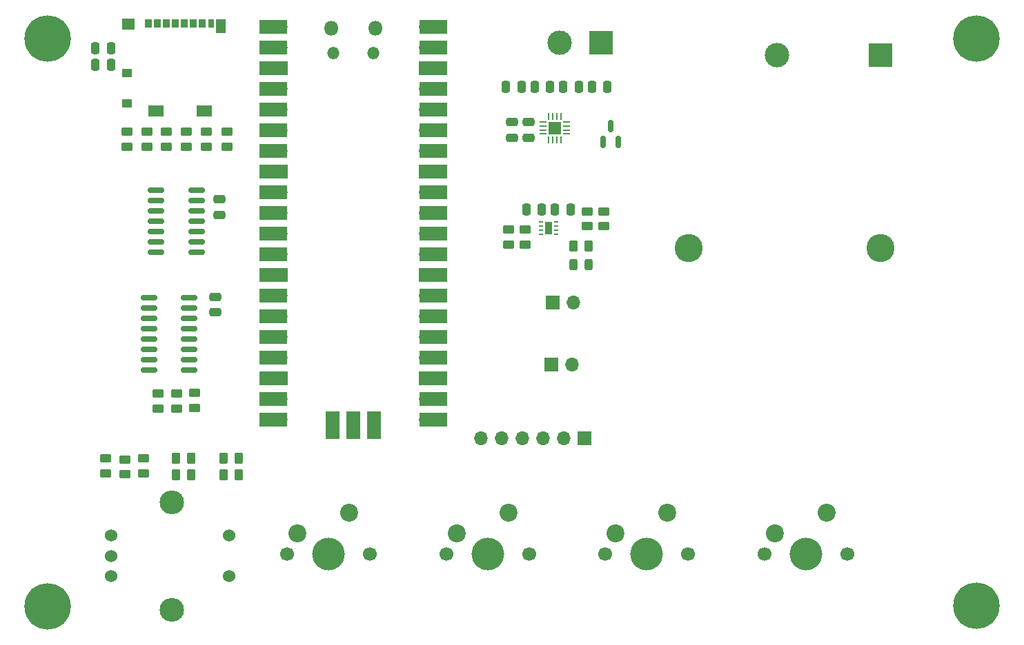
<source format=gts>
%TF.GenerationSoftware,KiCad,Pcbnew,6.0.11-2627ca5db0~126~ubuntu22.04.1*%
%TF.CreationDate,2024-03-11T23:12:56-04:00*%
%TF.ProjectId,board,626f6172-642e-46b6-9963-61645f706362,rev?*%
%TF.SameCoordinates,Original*%
%TF.FileFunction,Soldermask,Top*%
%TF.FilePolarity,Negative*%
%FSLAX46Y46*%
G04 Gerber Fmt 4.6, Leading zero omitted, Abs format (unit mm)*
G04 Created by KiCad (PCBNEW 6.0.11-2627ca5db0~126~ubuntu22.04.1) date 2024-03-11 23:12:56*
%MOMM*%
%LPD*%
G01*
G04 APERTURE LIST*
G04 Aperture macros list*
%AMRoundRect*
0 Rectangle with rounded corners*
0 $1 Rounding radius*
0 $2 $3 $4 $5 $6 $7 $8 $9 X,Y pos of 4 corners*
0 Add a 4 corners polygon primitive as box body*
4,1,4,$2,$3,$4,$5,$6,$7,$8,$9,$2,$3,0*
0 Add four circle primitives for the rounded corners*
1,1,$1+$1,$2,$3*
1,1,$1+$1,$4,$5*
1,1,$1+$1,$6,$7*
1,1,$1+$1,$8,$9*
0 Add four rect primitives between the rounded corners*
20,1,$1+$1,$2,$3,$4,$5,0*
20,1,$1+$1,$4,$5,$6,$7,0*
20,1,$1+$1,$6,$7,$8,$9,0*
20,1,$1+$1,$8,$9,$2,$3,0*%
G04 Aperture macros list end*
%ADD10RoundRect,0.250000X-0.475000X0.250000X-0.475000X-0.250000X0.475000X-0.250000X0.475000X0.250000X0*%
%ADD11RoundRect,0.243750X-0.243750X-0.456250X0.243750X-0.456250X0.243750X0.456250X-0.243750X0.456250X0*%
%ADD12RoundRect,0.250000X-0.250000X-0.475000X0.250000X-0.475000X0.250000X0.475000X-0.250000X0.475000X0*%
%ADD13RoundRect,0.250000X-0.262500X-0.450000X0.262500X-0.450000X0.262500X0.450000X-0.262500X0.450000X0*%
%ADD14RoundRect,0.250000X0.450000X-0.262500X0.450000X0.262500X-0.450000X0.262500X-0.450000X-0.262500X0*%
%ADD15RoundRect,0.250000X-0.450000X0.262500X-0.450000X-0.262500X0.450000X-0.262500X0.450000X0.262500X0*%
%ADD16RoundRect,0.150000X0.150000X-0.587500X0.150000X0.587500X-0.150000X0.587500X-0.150000X-0.587500X0*%
%ADD17RoundRect,0.062500X-0.375000X-0.062500X0.375000X-0.062500X0.375000X0.062500X-0.375000X0.062500X0*%
%ADD18RoundRect,0.062500X-0.062500X-0.375000X0.062500X-0.375000X0.062500X0.375000X-0.062500X0.375000X0*%
%ADD19R,1.600000X1.600000*%
%ADD20RoundRect,0.250000X0.250000X0.475000X-0.250000X0.475000X-0.250000X-0.475000X0.250000X-0.475000X0*%
%ADD21R,1.700000X1.700000*%
%ADD22O,1.700000X1.700000*%
%ADD23C,1.700000*%
%ADD24C,4.000000*%
%ADD25C,2.200000*%
%ADD26C,5.700000*%
%ADD27R,3.000000X3.000000*%
%ADD28C,3.000000*%
%ADD29R,0.850000X1.100000*%
%ADD30R,0.750000X1.100000*%
%ADD31R,1.200000X1.000000*%
%ADD32R,1.900000X1.350000*%
%ADD33R,1.170000X1.800000*%
%ADD34R,1.550000X1.350000*%
%ADD35RoundRect,0.150000X-0.825000X-0.150000X0.825000X-0.150000X0.825000X0.150000X-0.825000X0.150000X0*%
%ADD36R,0.500000X0.250000*%
%ADD37R,0.900000X1.600000*%
%ADD38C,1.524000*%
%ADD39O,3.000000X2.900000*%
%ADD40O,1.800000X1.800000*%
%ADD41O,1.500000X1.500000*%
%ADD42R,3.500000X1.700000*%
%ADD43R,1.700000X3.500000*%
%ADD44C,3.450000*%
G04 APERTURE END LIST*
D10*
%TO.C,C11*%
X119050000Y-61800000D03*
X119050000Y-63700000D03*
%TD*%
D11*
%TO.C,D1*%
X162512500Y-69800000D03*
X164387500Y-69800000D03*
%TD*%
D12*
%TO.C,FB1*%
X161250000Y-48000000D03*
X163150000Y-48000000D03*
%TD*%
D13*
%TO.C,R12*%
X162537500Y-67525000D03*
X164362500Y-67525000D03*
%TD*%
D14*
%TO.C,R9*%
X156550000Y-67312500D03*
X156550000Y-65487500D03*
%TD*%
D13*
%TO.C,R22*%
X119587500Y-95600000D03*
X121412500Y-95600000D03*
%TD*%
%TO.C,R18*%
X113750000Y-93600000D03*
X115575000Y-93600000D03*
%TD*%
D15*
%TO.C,R20*%
X105100000Y-93612500D03*
X105100000Y-95437500D03*
%TD*%
D16*
%TO.C,Q1*%
X166150000Y-54697500D03*
X168050000Y-54697500D03*
X167100000Y-52822500D03*
%TD*%
D17*
%TO.C,U2*%
X158812500Y-52250000D03*
X158812500Y-52750000D03*
X158812500Y-53250000D03*
X158812500Y-53750000D03*
D18*
X159500000Y-54437500D03*
X160000000Y-54437500D03*
X160500000Y-54437500D03*
X161000000Y-54437500D03*
D17*
X161687500Y-53750000D03*
X161687500Y-53250000D03*
X161687500Y-52750000D03*
X161687500Y-52250000D03*
D18*
X161000000Y-51562500D03*
X160500000Y-51562500D03*
X160000000Y-51562500D03*
X159500000Y-51562500D03*
D19*
X160250000Y-53000000D03*
%TD*%
D20*
%TO.C,C8*%
X162150000Y-63025000D03*
X160250000Y-63025000D03*
%TD*%
D14*
%TO.C,R7*%
X107700000Y-55312500D03*
X107700000Y-53487500D03*
%TD*%
%TO.C,R3*%
X117500000Y-55325000D03*
X117500000Y-53500000D03*
%TD*%
%TO.C,R6*%
X110150000Y-55312500D03*
X110150000Y-53487500D03*
%TD*%
D10*
%TO.C,C2*%
X157000000Y-52300000D03*
X157000000Y-54200000D03*
%TD*%
D21*
%TO.C,J3*%
X163850000Y-91160000D03*
D22*
X161310000Y-91160000D03*
X158770000Y-91160000D03*
X156230000Y-91160000D03*
X153690000Y-91160000D03*
X151150000Y-91160000D03*
%TD*%
D14*
%TO.C,R4*%
X115000000Y-55312500D03*
X115000000Y-53487500D03*
%TD*%
D23*
%TO.C,SW4*%
X176610000Y-105340000D03*
X166450000Y-105340000D03*
D24*
X171530000Y-105340000D03*
D25*
X174070000Y-100260000D03*
X167720000Y-102800000D03*
%TD*%
D13*
%TO.C,R17*%
X113750000Y-95600000D03*
X115575000Y-95600000D03*
%TD*%
D26*
%TO.C,REF3*%
X212000000Y-111750000D03*
%TD*%
D14*
%TO.C,R5*%
X112550000Y-55325000D03*
X112550000Y-53500000D03*
%TD*%
D23*
%TO.C,SW2*%
X157060000Y-105340000D03*
D24*
X151980000Y-105340000D03*
D23*
X146900000Y-105340000D03*
D25*
X154520000Y-100260000D03*
X148170000Y-102800000D03*
%TD*%
D10*
%TO.C,C10*%
X118550000Y-73750000D03*
X118550000Y-75650000D03*
%TD*%
D27*
%TO.C,J1*%
X165890000Y-42510000D03*
D28*
X160810000Y-42510000D03*
%TD*%
D15*
%TO.C,R15*%
X113800000Y-85637500D03*
X113800000Y-87462500D03*
%TD*%
%TO.C,R14*%
X111550000Y-85637500D03*
X111550000Y-87462500D03*
%TD*%
D12*
%TO.C,FB2*%
X154250000Y-48000000D03*
X156150000Y-48000000D03*
%TD*%
D23*
%TO.C,SW5*%
X186000000Y-105340000D03*
X196160000Y-105340000D03*
D24*
X191080000Y-105340000D03*
D25*
X193620000Y-100260000D03*
X187270000Y-102800000D03*
%TD*%
D29*
%TO.C,J2*%
X110395000Y-40137500D03*
X111495000Y-40137500D03*
X112595000Y-40137500D03*
X113695000Y-40137500D03*
X114795000Y-40137500D03*
X115895000Y-40137500D03*
X116995000Y-40137500D03*
D30*
X118045000Y-40137500D03*
D31*
X107760000Y-46287500D03*
X107760000Y-49987500D03*
D32*
X111260000Y-50962500D03*
D33*
X119255000Y-40487500D03*
D32*
X117230000Y-50962500D03*
D34*
X107935000Y-40262500D03*
%TD*%
D14*
%TO.C,R2*%
X120000000Y-55312500D03*
X120000000Y-53487500D03*
%TD*%
D26*
%TO.C,REF4*%
X212000000Y-42000000D03*
%TD*%
D35*
%TO.C,U5*%
X110425000Y-73895000D03*
X110425000Y-75165000D03*
X110425000Y-76435000D03*
X110425000Y-77705000D03*
X110425000Y-78975000D03*
X110425000Y-80245000D03*
X110425000Y-81515000D03*
X110425000Y-82785000D03*
X115375000Y-82785000D03*
X115375000Y-81515000D03*
X115375000Y-80245000D03*
X115375000Y-78975000D03*
X115375000Y-77705000D03*
X115375000Y-76435000D03*
X115375000Y-75165000D03*
X115375000Y-73895000D03*
%TD*%
D26*
%TO.C,REF1*%
X98000000Y-42000000D03*
%TD*%
D14*
%TO.C,R8*%
X154550000Y-67312500D03*
X154550000Y-65487500D03*
%TD*%
D12*
%TO.C,C7*%
X156750000Y-63025000D03*
X158650000Y-63025000D03*
%TD*%
D15*
%TO.C,R10*%
X166200000Y-63275000D03*
X166200000Y-65100000D03*
%TD*%
D20*
%TO.C,C4*%
X159650000Y-48000000D03*
X157750000Y-48000000D03*
%TD*%
D13*
%TO.C,R23*%
X119587500Y-93600000D03*
X121412500Y-93600000D03*
%TD*%
D20*
%TO.C,C5*%
X105770000Y-43180000D03*
X103870000Y-43180000D03*
%TD*%
D36*
%TO.C,U3*%
X158540000Y-64540000D03*
X158540000Y-65040000D03*
X158540000Y-65540000D03*
X158540000Y-66040000D03*
X160440000Y-66040000D03*
X160440000Y-65540000D03*
X160440000Y-65040000D03*
X160440000Y-64540000D03*
D37*
X159490000Y-65290000D03*
%TD*%
D15*
%TO.C,R19*%
X109750000Y-93625000D03*
X109750000Y-95450000D03*
%TD*%
D23*
%TO.C,SW1*%
X137510000Y-105340000D03*
D24*
X132430000Y-105340000D03*
D23*
X127350000Y-105340000D03*
D25*
X134970000Y-100260000D03*
X128620000Y-102800000D03*
%TD*%
D21*
%TO.C,J5*%
X160005000Y-74420000D03*
D22*
X162545000Y-74420000D03*
%TD*%
D20*
%TO.C,C3*%
X166700000Y-48000000D03*
X164800000Y-48000000D03*
%TD*%
D15*
%TO.C,R16*%
X116050000Y-85587500D03*
X116050000Y-87412500D03*
%TD*%
D38*
%TO.C,SW3*%
X105750000Y-103100000D03*
X105750000Y-108100000D03*
X105750000Y-105600000D03*
X120250000Y-103100000D03*
X120250000Y-108100000D03*
D39*
X113250000Y-112200000D03*
X113250000Y-99000000D03*
%TD*%
D10*
%TO.C,C1*%
X155000000Y-52300000D03*
X155000000Y-54200000D03*
%TD*%
D26*
%TO.C,REF2*%
X98000000Y-111800000D03*
%TD*%
D20*
%TO.C,C6*%
X105770000Y-45240000D03*
X103870000Y-45240000D03*
%TD*%
D21*
%TO.C,J4*%
X159845000Y-82080000D03*
D22*
X162385000Y-82080000D03*
%TD*%
D15*
%TO.C,R21*%
X107500000Y-93737500D03*
X107500000Y-95562500D03*
%TD*%
D35*
%TO.C,U6*%
X111325000Y-60640000D03*
X111325000Y-61910000D03*
X111325000Y-63180000D03*
X111325000Y-64450000D03*
X111325000Y-65720000D03*
X111325000Y-66990000D03*
X111325000Y-68260000D03*
X116275000Y-68260000D03*
X116275000Y-66990000D03*
X116275000Y-65720000D03*
X116275000Y-64450000D03*
X116275000Y-63180000D03*
X116275000Y-61910000D03*
X116275000Y-60640000D03*
%TD*%
D40*
%TO.C,U1*%
X132775000Y-40755000D03*
D41*
X133075000Y-43785000D03*
D40*
X138225000Y-40755000D03*
D41*
X137925000Y-43785000D03*
D42*
X125710000Y-40625000D03*
D22*
X126610000Y-40625000D03*
X126610000Y-43165000D03*
D42*
X125710000Y-43165000D03*
X125710000Y-45705000D03*
D21*
X126610000Y-45705000D03*
D42*
X125710000Y-48245000D03*
D22*
X126610000Y-48245000D03*
D42*
X125710000Y-50785000D03*
D22*
X126610000Y-50785000D03*
D42*
X125710000Y-53325000D03*
D22*
X126610000Y-53325000D03*
D42*
X125710000Y-55865000D03*
D22*
X126610000Y-55865000D03*
D21*
X126610000Y-58405000D03*
D42*
X125710000Y-58405000D03*
X125710000Y-60945000D03*
D22*
X126610000Y-60945000D03*
X126610000Y-63485000D03*
D42*
X125710000Y-63485000D03*
X125710000Y-66025000D03*
D22*
X126610000Y-66025000D03*
X126610000Y-68565000D03*
D42*
X125710000Y-68565000D03*
D21*
X126610000Y-71105000D03*
D42*
X125710000Y-71105000D03*
D22*
X126610000Y-73645000D03*
D42*
X125710000Y-73645000D03*
X125710000Y-76185000D03*
D22*
X126610000Y-76185000D03*
X126610000Y-78725000D03*
D42*
X125710000Y-78725000D03*
D22*
X126610000Y-81265000D03*
D42*
X125710000Y-81265000D03*
X125710000Y-83805000D03*
D21*
X126610000Y-83805000D03*
D22*
X126610000Y-86345000D03*
D42*
X125710000Y-86345000D03*
D22*
X126610000Y-88885000D03*
D42*
X125710000Y-88885000D03*
D22*
X144390000Y-88885000D03*
D42*
X145290000Y-88885000D03*
D22*
X144390000Y-86345000D03*
D42*
X145290000Y-86345000D03*
X145290000Y-83805000D03*
D21*
X144390000Y-83805000D03*
D22*
X144390000Y-81265000D03*
D42*
X145290000Y-81265000D03*
D22*
X144390000Y-78725000D03*
D42*
X145290000Y-78725000D03*
D22*
X144390000Y-76185000D03*
D42*
X145290000Y-76185000D03*
D22*
X144390000Y-73645000D03*
D42*
X145290000Y-73645000D03*
X145290000Y-71105000D03*
D21*
X144390000Y-71105000D03*
D42*
X145290000Y-68565000D03*
D22*
X144390000Y-68565000D03*
D42*
X145290000Y-66025000D03*
D22*
X144390000Y-66025000D03*
X144390000Y-63485000D03*
D42*
X145290000Y-63485000D03*
D22*
X144390000Y-60945000D03*
D42*
X145290000Y-60945000D03*
X145290000Y-58405000D03*
D21*
X144390000Y-58405000D03*
D42*
X145290000Y-55865000D03*
D22*
X144390000Y-55865000D03*
X144390000Y-53325000D03*
D42*
X145290000Y-53325000D03*
X145290000Y-50785000D03*
D22*
X144390000Y-50785000D03*
X144390000Y-48245000D03*
D42*
X145290000Y-48245000D03*
D21*
X144390000Y-45705000D03*
D42*
X145290000Y-45705000D03*
D22*
X144390000Y-43165000D03*
D42*
X145290000Y-43165000D03*
D22*
X144390000Y-40625000D03*
D42*
X145290000Y-40625000D03*
D22*
X132960000Y-88655000D03*
D43*
X132960000Y-89555000D03*
X135500000Y-89555000D03*
D21*
X135500000Y-88655000D03*
D22*
X138040000Y-88655000D03*
D43*
X138040000Y-89555000D03*
%TD*%
D44*
%TO.C,BT1*%
X176650000Y-67750000D03*
X200150000Y-67750000D03*
D27*
X200150000Y-44030000D03*
D28*
X187450000Y-44030000D03*
%TD*%
D14*
%TO.C,R11*%
X164200000Y-65100000D03*
X164200000Y-63275000D03*
%TD*%
M02*

</source>
